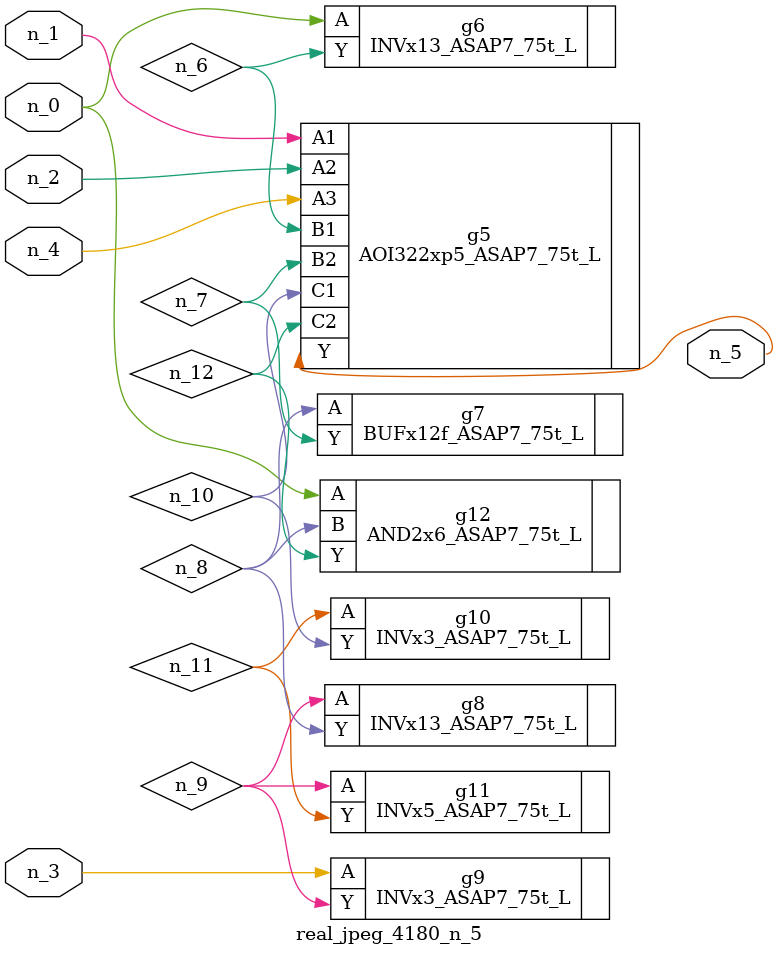
<source format=v>
module real_jpeg_4180_n_5 (n_4, n_0, n_1, n_2, n_3, n_5);

input n_4;
input n_0;
input n_1;
input n_2;
input n_3;

output n_5;

wire n_12;
wire n_8;
wire n_11;
wire n_6;
wire n_7;
wire n_10;
wire n_9;

INVx13_ASAP7_75t_L g6 ( 
.A(n_0),
.Y(n_6)
);

AND2x6_ASAP7_75t_L g12 ( 
.A(n_0),
.B(n_8),
.Y(n_12)
);

AOI322xp5_ASAP7_75t_L g5 ( 
.A1(n_1),
.A2(n_2),
.A3(n_4),
.B1(n_6),
.B2(n_7),
.C1(n_10),
.C2(n_12),
.Y(n_5)
);

INVx3_ASAP7_75t_L g9 ( 
.A(n_3),
.Y(n_9)
);

BUFx12f_ASAP7_75t_L g7 ( 
.A(n_8),
.Y(n_7)
);

INVx13_ASAP7_75t_L g8 ( 
.A(n_9),
.Y(n_8)
);

INVx5_ASAP7_75t_L g11 ( 
.A(n_9),
.Y(n_11)
);

INVx3_ASAP7_75t_L g10 ( 
.A(n_11),
.Y(n_10)
);


endmodule
</source>
